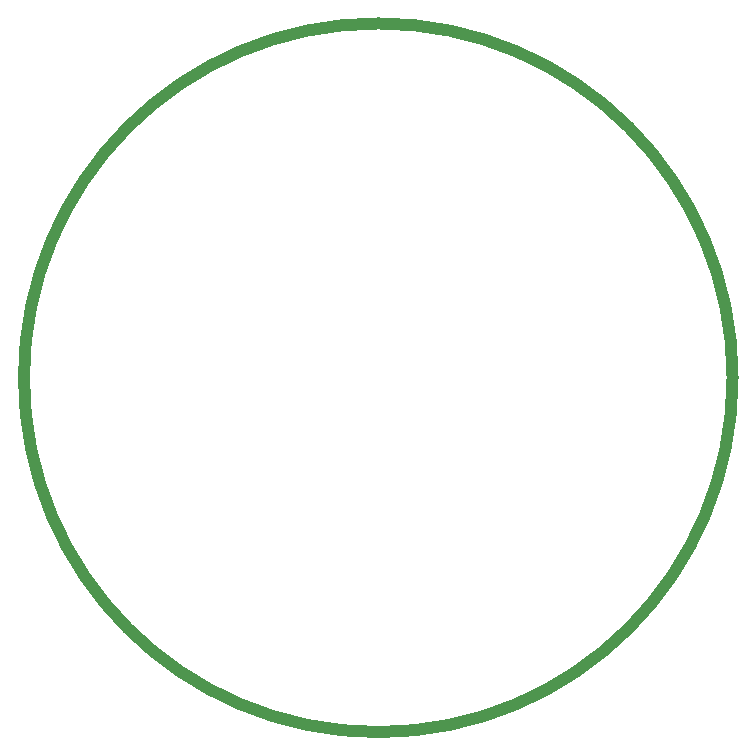
<source format=gm1>
G04*
G04 #@! TF.GenerationSoftware,Altium Limited,Altium Designer,18.1.6 (161)*
G04*
G04 Layer_Color=16711935*
%FSLAX24Y24*%
%MOIN*%
G70*
G01*
G75*
%ADD10C,0.0394*%
D10*
X11811Y0D02*
G03*
X11811Y0I-11811J0D01*
G01*
M02*

</source>
